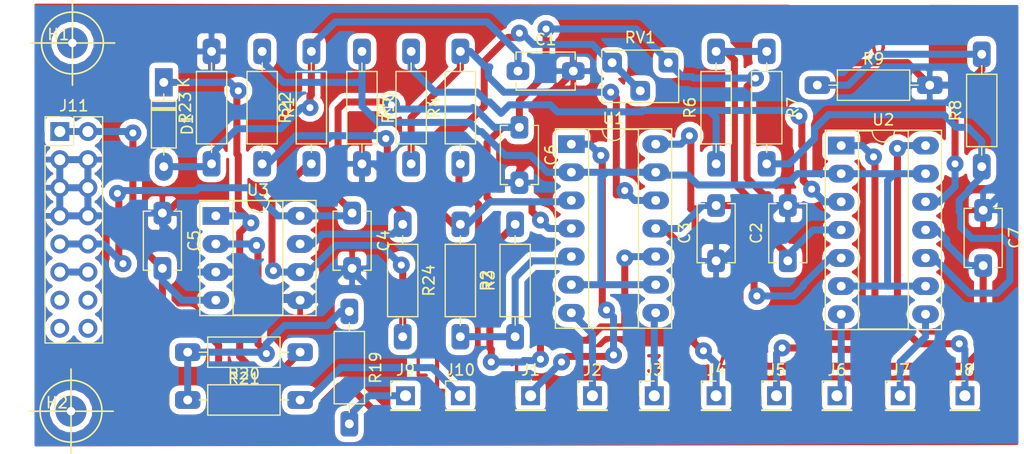
<source format=kicad_pcb>
(kicad_pcb (version 20171130) (host pcbnew "(5.0.2)-1")
  (layers (0 F.Cu signal) (31 B.Cu signal) (34 B.Paste user) (35 F.Paste user) (36 B.SilkS user) (37 F.SilkS user) (38 B.Mask user) (39 F.Mask user) (44 Edge.Cuts user))
  (net 0 "")
  (net 1 "Net-(C1-Pad1)")
  (net 2 GND)
  (net 3 +12V)
  (net 4 -12V)
  (net 5 "Net-(J1-Pad1)")
  (net 6 "Net-(J2-Pad1)")
  (net 7 "Net-(J3-Pad1)")
  (net 8 "Net-(J4-Pad1)")
  (net 9 "Net-(J5-Pad1)")
  (net 10 "Net-(J6-Pad1)")
  (net 11 "Net-(J7-Pad1)")
  (net 12 "Net-(J8-Pad1)")
  (net 13 "Net-(J9-Pad1)")
  (net 14 "Net-(J10-Pad1)")
  (net 15 "Net-(J11-Pad11)")
  (net 16 "Net-(J11-Pad13)")
  (net 17 "Net-(J11-Pad14)")
  (net 18 "Net-(J11-Pad15)")
  (net 19 "Net-(J11-Pad16)")
  (net 20 MixIn)
  (net 21 "Net-(R1-Pad1)")
  (net 22 "Net-(R2-Pad2)")
  (net 23 "Net-(R2-Pad1)")
  (net 24 "Net-(R3-Pad2)")
  (net 25 "Net-(R4-Pad2)")
  (net 26 "Net-(R5-Pad2)")
  (net 27 "Net-(R6-Pad2)")
  (net 28 "Net-(R7-Pad2)")
  (net 29 "Net-(R8-Pad2)")
  (net 30 "Net-(R19-Pad1)")
  (net 31 "Net-(D1-Pad1)")
  (net 32 "Net-(R22-Pad1)")
  (module NilsLib:Kondensator_Keramik (layer F.Cu) (at 146.431 88.138)
    (fp_text reference C1 (at 2.5 -2.85) (layer F.SilkS))
    (fp_text value 100n)
    (pad 1 thru_hole roundrect (at 0 0) (size 2.032 1.6) (drill 0.8) (layers *.Cu *.Mask) (net 1 "Net-(C1-Pad1)"))
    (pad 2 thru_hole roundrect (at 5 0) (size 2.032 1.6) (drill 0.8) (layers *.Cu *.Mask) (net 2 GND))
  )
  (module NilsLib:Kondensator_Keramik (layer F.Cu) (at 170.815 105.283 90)
    (fp_text reference C2 (at 2.5 -2.85 90) (layer F.SilkS))
    (fp_text value 100n)
    (pad 2 thru_hole roundrect (at 5 0 90) (size 2.032 1.6) (drill 0.8) (layers *.Cu *.Mask) (net 2 GND))
    (pad 1 thru_hole roundrect (at 0 0 90) (size 2.032 1.6) (drill 0.8) (layers *.Cu *.Mask) (net 3 +12V))
  )
  (module NilsLib:Kondensator_Keramik (layer F.Cu) (at 164.338 105.283 90)
    (fp_text reference C3 (at 2.5 -2.85 90) (layer F.SilkS))
    (fp_text value 100n)
    (pad 1 thru_hole roundrect (at 0 0 90) (size 2.032 1.6) (drill 0.8) (layers *.Cu *.Mask) (net 2 GND))
    (pad 2 thru_hole roundrect (at 5 0 90) (size 2.032 1.6) (drill 0.8) (layers *.Cu *.Mask) (net 4 -12V))
  )
  (module NilsLib:Kondensator_Keramik (layer F.Cu) (at 131.445 100.965 270)
    (fp_text reference C4 (at 2.5 -2.85 270) (layer F.SilkS))
    (fp_text value 100n)
    (pad 1 thru_hole roundrect (at 0 0 270) (size 2.032 1.6) (drill 0.8) (layers *.Cu *.Mask) (net 3 +12V))
    (pad 2 thru_hole roundrect (at 5 0 270) (size 2.032 1.6) (drill 0.8) (layers *.Cu *.Mask) (net 2 GND))
  )
  (module NilsLib:Kondensator_Keramik (layer F.Cu) (at 114.3 100.965 270)
    (fp_text reference C5 (at 2.5 -2.85 270) (layer F.SilkS))
    (fp_text value 100n)
    (pad 2 thru_hole roundrect (at 5 0 270) (size 2.032 1.6) (drill 0.8) (layers *.Cu *.Mask) (net 4 -12V))
    (pad 1 thru_hole roundrect (at 0 0 270) (size 2.032 1.6) (drill 0.8) (layers *.Cu *.Mask) (net 2 GND))
  )
  (module NilsLib:Kondensator_Keramik (layer F.Cu) (at 146.558 93.218 270)
    (fp_text reference C6 (at 2.5 -2.85 270) (layer F.SilkS))
    (fp_text value 100n)
    (pad 2 thru_hole roundrect (at 5 0 270) (size 2.032 1.6) (drill 0.8) (layers *.Cu *.Mask) (net 2 GND))
    (pad 1 thru_hole roundrect (at 0 0 270) (size 2.032 1.6) (drill 0.8) (layers *.Cu *.Mask) (net 3 +12V))
  )
  (module NilsLib:Kondensator_Keramik (layer F.Cu) (at 188.468 100.711 270)
    (fp_text reference C7 (at 2.5 -2.85 270) (layer F.SilkS))
    (fp_text value 100n)
    (pad 1 thru_hole roundrect (at 0 0 270) (size 2.032 1.6) (drill 0.8) (layers *.Cu *.Mask) (net 2 GND))
    (pad 2 thru_hole roundrect (at 5 0 270) (size 2.032 1.6) (drill 0.8) (layers *.Cu *.Mask) (net 4 -12V))
  )
  (module NilsLib:Stift (layer F.Cu) (at 147.574 117.475)
    (fp_text reference J1 (at 0 -2.33) (layer F.SilkS))
    (fp_text value LED_1)
    (pad 1 thru_hole rect (at 0 0) (size 1.7 1.7) (drill 1) (layers *.Cu *.Mask) (net 5 "Net-(J1-Pad1)"))
  )
  (module NilsLib:Stift (layer F.Cu) (at 153.162 117.475)
    (fp_text reference J2 (at 0 -2.33) (layer F.SilkS))
    (fp_text value LED_2)
    (pad 1 thru_hole rect (at 0 0) (size 1.7 1.7) (drill 1) (layers *.Cu *.Mask) (net 6 "Net-(J2-Pad1)"))
  )
  (module NilsLib:Stift (layer F.Cu) (at 158.75 117.475)
    (fp_text reference J3 (at 0 -2.33) (layer F.SilkS))
    (fp_text value LED_3)
    (pad 1 thru_hole rect (at 0 0) (size 1.7 1.7) (drill 1) (layers *.Cu *.Mask) (net 7 "Net-(J3-Pad1)"))
  )
  (module NilsLib:Stift (layer F.Cu) (at 164.338 117.475)
    (fp_text reference J4 (at 0 -2.33) (layer F.SilkS))
    (fp_text value LED_4)
    (pad 1 thru_hole rect (at 0 0) (size 1.7 1.7) (drill 1) (layers *.Cu *.Mask) (net 8 "Net-(J4-Pad1)"))
  )
  (module NilsLib:Stift (layer F.Cu) (at 169.799 117.475)
    (fp_text reference J5 (at 0 -2.33) (layer F.SilkS))
    (fp_text value LED_5)
    (pad 1 thru_hole rect (at 0 0) (size 1.7 1.7) (drill 1) (layers *.Cu *.Mask) (net 9 "Net-(J5-Pad1)"))
  )
  (module NilsLib:Stift (layer F.Cu) (at 175.26 117.475)
    (fp_text reference J6 (at 0 -2.33) (layer F.SilkS))
    (fp_text value LED_6)
    (pad 1 thru_hole rect (at 0 0) (size 1.7 1.7) (drill 1) (layers *.Cu *.Mask) (net 10 "Net-(J6-Pad1)"))
  )
  (module NilsLib:Stift (layer F.Cu) (at 180.975 117.475)
    (fp_text reference J7 (at 0 -2.33) (layer F.SilkS))
    (fp_text value LED_7)
    (pad 1 thru_hole rect (at 0 0) (size 1.7 1.7) (drill 1) (layers *.Cu *.Mask) (net 11 "Net-(J7-Pad1)"))
  )
  (module NilsLib:Stift (layer F.Cu) (at 186.817 117.475)
    (fp_text reference J8 (at 0 -2.33) (layer F.SilkS))
    (fp_text value LED_8)
    (pad 1 thru_hole rect (at 0 0) (size 1.7 1.7) (drill 1) (layers *.Cu *.Mask) (net 12 "Net-(J8-Pad1)"))
  )
  (module NilsLib:Stift (layer F.Cu) (at 136.271 117.475)
    (fp_text reference J9 (at 0 -2.33) (layer F.SilkS))
    (fp_text value L_In)
    (pad 1 thru_hole rect (at 0 0) (size 1.7 1.7) (drill 1) (layers *.Cu *.Mask) (net 13 "Net-(J9-Pad1)"))
  )
  (module NilsLib:Stift (layer F.Cu) (at 141.224 117.475)
    (fp_text reference J10 (at 0 -2.33) (layer F.SilkS))
    (fp_text value R_In)
    (pad 1 thru_hole rect (at 0 0) (size 1.7 1.7) (drill 1) (layers *.Cu *.Mask) (net 14 "Net-(J10-Pad1)"))
  )
  (module Connector_PinHeader_2.54mm:PinHeader_2x08_P2.54mm_Vertical (layer F.Cu) (at 105.029 93.599)
    (fp_text reference J11 (at 1.27 -2.33) (layer F.SilkS))
    (fp_text value PWR)
    (pad 1 thru_hole rect (at 0 0) (size 1.7 1.7) (drill 1) (layers *.Cu *.Mask) (net 4 -12V))
    (pad 2 thru_hole oval (at 2.54 0) (size 1.7 1.7) (drill 1) (layers *.Cu *.Mask) (net 4 -12V))
    (pad 3 thru_hole oval (at 0 2.54) (size 1.7 1.7) (drill 1) (layers *.Cu *.Mask) (net 2 GND))
    (pad 4 thru_hole oval (at 2.54 2.54) (size 1.7 1.7) (drill 1) (layers *.Cu *.Mask) (net 2 GND))
    (pad 5 thru_hole oval (at 0 5.08) (size 1.7 1.7) (drill 1) (layers *.Cu *.Mask) (net 2 GND))
    (pad 6 thru_hole oval (at 2.54 5.08) (size 1.7 1.7) (drill 1) (layers *.Cu *.Mask) (net 2 GND))
    (pad 7 thru_hole oval (at 0 7.62) (size 1.7 1.7) (drill 1) (layers *.Cu *.Mask) (net 2 GND))
    (pad 8 thru_hole oval (at 2.54 7.62) (size 1.7 1.7) (drill 1) (layers *.Cu *.Mask) (net 2 GND))
    (pad 9 thru_hole oval (at 0 10.16) (size 1.7 1.7) (drill 1) (layers *.Cu *.Mask) (net 3 +12V))
    (pad 10 thru_hole oval (at 2.54 10.16) (size 1.7 1.7) (drill 1) (layers *.Cu *.Mask) (net 3 +12V))
    (pad 11 thru_hole oval (at 0 12.7) (size 1.7 1.7) (drill 1) (layers *.Cu *.Mask) (net 15 "Net-(J11-Pad11)"))
    (pad 12 thru_hole oval (at 2.54 12.7) (size 1.7 1.7) (drill 1) (layers *.Cu *.Mask) (net 15 "Net-(J11-Pad11)"))
    (pad 13 thru_hole oval (at 0 15.24) (size 1.7 1.7) (drill 1) (layers *.Cu *.Mask) (net 16 "Net-(J11-Pad13)"))
    (pad 14 thru_hole oval (at 2.54 15.24) (size 1.7 1.7) (drill 1) (layers *.Cu *.Mask) (net 17 "Net-(J11-Pad14)"))
    (pad 15 thru_hole oval (at 0 17.78) (size 1.7 1.7) (drill 1) (layers *.Cu *.Mask) (net 18 "Net-(J11-Pad15)"))
    (pad 16 thru_hole oval (at 2.54 17.78) (size 1.7 1.7) (drill 1) (layers *.Cu *.Mask) (net 19 "Net-(J11-Pad16)"))
  )
  (module NilsLib:Widerstand_liegend (layer F.Cu) (at 123.317 86.36 270)
    (fp_text reference R1 (at 5.08 -2.37 270) (layer F.SilkS))
    (fp_text value 10k)
    (pad 2 thru_hole roundrect (at 10.16 0 270) (size 2.286 1.6) (drill 0.8) (layers *.Cu *.Mask) (net 20 MixIn))
    (pad 1 thru_hole roundrect (at 0 0 270) (size 2.286 1.6) (drill 0.8) (layers *.Cu *.Mask) (net 21 "Net-(R1-Pad1)"))
  )
  (module NilsLib:Widerstand_liegend (layer F.Cu) (at 141.224 101.981 270)
    (fp_text reference R2 (at 5.08 -2.37 270) (layer F.SilkS))
    (fp_text value 1k)
    (pad 2 thru_hole roundrect (at 10.16 0 270) (size 2.286 1.6) (drill 0.8) (layers *.Cu *.Mask) (net 22 "Net-(R2-Pad2)"))
    (pad 1 thru_hole roundrect (at 0 0 270) (size 2.286 1.6) (drill 0.8) (layers *.Cu *.Mask) (net 23 "Net-(R2-Pad1)"))
  )
  (module NilsLib:Widerstand_liegend (layer F.Cu) (at 146.177 112.141 90)
    (fp_text reference R3 (at 5.08 -2.37 90) (layer F.SilkS))
    (fp_text value 1k)
    (pad 1 thru_hole roundrect (at 0 0 90) (size 2.286 1.6) (drill 0.8) (layers *.Cu *.Mask) (net 22 "Net-(R2-Pad2)"))
    (pad 2 thru_hole roundrect (at 10.16 0 90) (size 2.286 1.6) (drill 0.8) (layers *.Cu *.Mask) (net 24 "Net-(R3-Pad2)"))
  )
  (module NilsLib:Widerstand_liegend (layer F.Cu) (at 141.224 96.52 90)
    (fp_text reference R4 (at 5.08 -2.37 90) (layer F.SilkS))
    (fp_text value 1k)
    (pad 2 thru_hole roundrect (at 10.16 0 90) (size 2.286 1.6) (drill 0.8) (layers *.Cu *.Mask) (net 25 "Net-(R4-Pad2)"))
    (pad 1 thru_hole roundrect (at 0 0 90) (size 2.286 1.6) (drill 0.8) (layers *.Cu *.Mask) (net 24 "Net-(R3-Pad2)"))
  )
  (module NilsLib:Widerstand_liegend (layer F.Cu) (at 136.779 96.52 90)
    (fp_text reference R5 (at 5.08 -2.37 90) (layer F.SilkS))
    (fp_text value 1k)
    (pad 1 thru_hole roundrect (at 0 0 90) (size 2.286 1.6) (drill 0.8) (layers *.Cu *.Mask) (net 25 "Net-(R4-Pad2)"))
    (pad 2 thru_hole roundrect (at 10.16 0 90) (size 2.286 1.6) (drill 0.8) (layers *.Cu *.Mask) (net 26 "Net-(R5-Pad2)"))
  )
  (module NilsLib:Widerstand_liegend (layer F.Cu) (at 164.338 96.52 90)
    (fp_text reference R6 (at 5.08 -2.37 90) (layer F.SilkS))
    (fp_text value 1k)
    (pad 1 thru_hole roundrect (at 0 0 90) (size 2.286 1.6) (drill 0.8) (layers *.Cu *.Mask) (net 26 "Net-(R5-Pad2)"))
    (pad 2 thru_hole roundrect (at 10.16 0 90) (size 2.286 1.6) (drill 0.8) (layers *.Cu *.Mask) (net 27 "Net-(R6-Pad2)"))
  )
  (module NilsLib:Widerstand_liegend (layer F.Cu) (at 168.91 86.36 270)
    (fp_text reference R7 (at 5.08 -2.37 270) (layer F.SilkS))
    (fp_text value 1k)
    (pad 2 thru_hole roundrect (at 10.16 0 270) (size 2.286 1.6) (drill 0.8) (layers *.Cu *.Mask) (net 28 "Net-(R7-Pad2)"))
    (pad 1 thru_hole roundrect (at 0 0 270) (size 2.286 1.6) (drill 0.8) (layers *.Cu *.Mask) (net 27 "Net-(R6-Pad2)"))
  )
  (module NilsLib:Widerstand_liegend (layer F.Cu) (at 188.341 96.774 90)
    (fp_text reference R8 (at 5.08 -2.37 90) (layer F.SilkS))
    (fp_text value 1k)
    (pad 2 thru_hole roundrect (at 10.16 0 90) (size 2.286 1.6) (drill 0.8) (layers *.Cu *.Mask) (net 29 "Net-(R8-Pad2)"))
    (pad 1 thru_hole roundrect (at 0 0 90) (size 2.286 1.6) (drill 0.8) (layers *.Cu *.Mask) (net 28 "Net-(R7-Pad2)"))
  )
  (module NilsLib:Widerstand_liegend (layer F.Cu) (at 173.482 89.408)
    (fp_text reference R9 (at 5.08 -2.37) (layer F.SilkS))
    (fp_text value 1k)
    (pad 1 thru_hole roundrect (at 0 0) (size 2.286 1.6) (drill 0.8) (layers *.Cu *.Mask) (net 29 "Net-(R8-Pad2)"))
    (pad 2 thru_hole roundrect (at 10.16 0) (size 2.286 1.6) (drill 0.8) (layers *.Cu *.Mask) (net 2 GND))
  )
  (module NilsLib:Widerstand_liegend (layer F.Cu) (at 132.334 86.36 270)
    (fp_text reference R10 (at 5.08 -2.37 270) (layer F.SilkS))
    (fp_text value 10k)
    (pad 2 thru_hole roundrect (at 10.16 0 270) (size 2.286 1.6) (drill 0.8) (layers *.Cu *.Mask) (net 2 GND))
    (pad 1 thru_hole roundrect (at 0 0 270) (size 2.286 1.6) (drill 0.8) (layers *.Cu *.Mask) (net 21 "Net-(R1-Pad1)"))
  )
  (module NilsLib:Widerstand_liegend (layer F.Cu) (at 131.191 109.855 270)
    (fp_text reference R19 (at 5.08 -2.37 270) (layer F.SilkS))
    (fp_text value 100k)
    (pad 1 thru_hole roundrect (at 0 0 270) (size 2.286 1.6) (drill 0.8) (layers *.Cu *.Mask) (net 30 "Net-(R19-Pad1)"))
    (pad 2 thru_hole roundrect (at 10.16 0 270) (size 2.286 1.6) (drill 0.8) (layers *.Cu *.Mask) (net 13 "Net-(J9-Pad1)"))
  )
  (module NilsLib:Widerstand_liegend (layer F.Cu) (at 116.586 117.856)
    (fp_text reference R20 (at 5.08 -2.37) (layer F.SilkS))
    (fp_text value 100k)
    (pad 1 thru_hole roundrect (at 0 0) (size 2.286 1.6) (drill 0.8) (layers *.Cu *.Mask) (net 30 "Net-(R19-Pad1)"))
    (pad 2 thru_hole roundrect (at 10.16 0) (size 2.286 1.6) (drill 0.8) (layers *.Cu *.Mask) (net 14 "Net-(J10-Pad1)"))
  )
  (module NilsLib:Widerstand_liegend (layer F.Cu) (at 126.746 113.538 180)
    (fp_text reference R21 (at 5.08 -2.37 180) (layer F.SilkS))
    (fp_text value 47k)
    (pad 2 thru_hole roundrect (at 10.16 0 180) (size 2.286 1.6) (drill 0.8) (layers *.Cu *.Mask) (net 30 "Net-(R19-Pad1)"))
    (pad 1 thru_hole roundrect (at 0 0 180) (size 2.286 1.6) (drill 0.8) (layers *.Cu *.Mask) (net 31 "Net-(D1-Pad1)"))
  )
  (module NilsLib:Widerstand_liegend (layer F.Cu) (at 127.762 96.52 90)
    (fp_text reference R22 (at 5.08 -2.37 90) (layer F.SilkS))
    (fp_text value 10k)
    (pad 1 thru_hole roundrect (at 0 0 90) (size 2.286 1.6) (drill 0.8) (layers *.Cu *.Mask) (net 32 "Net-(R22-Pad1)"))
    (pad 2 thru_hole roundrect (at 10.16 0 90) (size 2.286 1.6) (drill 0.8) (layers *.Cu *.Mask) (net 1 "Net-(C1-Pad1)"))
  )
  (module NilsLib:Widerstand_liegend (layer F.Cu) (at 118.745 96.52 90)
    (fp_text reference R23 (at 5.08 -2.37 90) (layer F.SilkS))
    (fp_text value 100k)
    (pad 2 thru_hole roundrect (at 10.16 0 90) (size 2.286 1.6) (drill 0.8) (layers *.Cu *.Mask) (net 2 GND))
    (pad 1 thru_hole roundrect (at 0 0 90) (size 2.286 1.6) (drill 0.8) (layers *.Cu *.Mask) (net 1 "Net-(C1-Pad1)"))
  )
  (module NilsLib:Widerstand_liegend (layer F.Cu) (at 136.017 101.981 270)
    (fp_text reference R24 (at 5.08 -2.37 270) (layer F.SilkS))
    (fp_text value 10k)
    (pad 2 thru_hole roundrect (at 10.16 0 270) (size 2.286 1.6) (drill 0.8) (layers *.Cu *.Mask) (net 32 "Net-(R22-Pad1)"))
    (pad 1 thru_hole roundrect (at 0 0 270) (size 2.286 1.6) (drill 0.8) (layers *.Cu *.Mask) (net 20 MixIn))
  )
  (module NilsLib:Trimmer_Vertical (layer F.Cu) (at 160.02 87.376)
    (fp_text reference RV1 (at -2.54 -2.27) (layer F.SilkS))
    (fp_text value R_POT)
    (pad 1 thru_hole roundrect (at 0 0) (size 1.778 1.778) (drill 0.8) (layers *.Cu *.Mask) (net 3 +12V))
    (pad 2 thru_hole roundrect (at -2.54 2.54) (size 1.778 1.778) (drill 0.8) (layers *.Cu *.Mask) (net 23 "Net-(R2-Pad1)"))
    (pad 3 thru_hole roundrect (at -5.08 0) (size 1.778 1.778) (drill 0.8) (layers *.Cu *.Mask) (net 23 "Net-(R2-Pad1)"))
  )
  (module Package_DIP:DIP-14_W7.62mm_Socket_LongPads (layer F.Cu) (at 151.257 94.742)
    (fp_text reference U1 (at 3.81 -2.33) (layer F.SilkS))
    (fp_text value TL074)
    (pad 1 thru_hole rect (at 0 0) (size 2.4 1.6) (drill 0.8) (layers *.Cu *.Mask) (net 5 "Net-(J1-Pad1)"))
    (pad 8 thru_hole oval (at 7.62 15.24) (size 2.4 1.6) (drill 0.8) (layers *.Cu *.Mask) (net 7 "Net-(J3-Pad1)"))
    (pad 2 thru_hole oval (at 0 2.54) (size 2.4 1.6) (drill 0.8) (layers *.Cu *.Mask) (net 21 "Net-(R1-Pad1)"))
    (pad 9 thru_hole oval (at 7.62 12.7) (size 2.4 1.6) (drill 0.8) (layers *.Cu *.Mask) (net 21 "Net-(R1-Pad1)"))
    (pad 3 thru_hole oval (at 0 5.08) (size 2.4 1.6) (drill 0.8) (layers *.Cu *.Mask) (net 23 "Net-(R2-Pad1)"))
    (pad 10 thru_hole oval (at 7.62 10.16) (size 2.4 1.6) (drill 0.8) (layers *.Cu *.Mask) (net 24 "Net-(R3-Pad2)"))
    (pad 4 thru_hole oval (at 0 7.62) (size 2.4 1.6) (drill 0.8) (layers *.Cu *.Mask) (net 3 +12V))
    (pad 11 thru_hole oval (at 7.62 7.62) (size 2.4 1.6) (drill 0.8) (layers *.Cu *.Mask) (net 4 -12V))
    (pad 5 thru_hole oval (at 0 10.16) (size 2.4 1.6) (drill 0.8) (layers *.Cu *.Mask) (net 22 "Net-(R2-Pad2)"))
    (pad 12 thru_hole oval (at 7.62 5.08) (size 2.4 1.6) (drill 0.8) (layers *.Cu *.Mask) (net 25 "Net-(R4-Pad2)"))
    (pad 6 thru_hole oval (at 0 12.7) (size 2.4 1.6) (drill 0.8) (layers *.Cu *.Mask) (net 21 "Net-(R1-Pad1)"))
    (pad 13 thru_hole oval (at 7.62 2.54) (size 2.4 1.6) (drill 0.8) (layers *.Cu *.Mask) (net 21 "Net-(R1-Pad1)"))
    (pad 7 thru_hole oval (at 0 15.24) (size 2.4 1.6) (drill 0.8) (layers *.Cu *.Mask) (net 6 "Net-(J2-Pad1)"))
    (pad 14 thru_hole oval (at 7.62 0) (size 2.4 1.6) (drill 0.8) (layers *.Cu *.Mask) (net 8 "Net-(J4-Pad1)"))
  )
  (module Package_DIP:DIP-14_W7.62mm_Socket_LongPads (layer F.Cu) (at 175.641 94.869)
    (fp_text reference U2 (at 3.81 -2.33) (layer F.SilkS))
    (fp_text value TL074)
    (pad 14 thru_hole oval (at 7.62 0) (size 2.4 1.6) (drill 0.8) (layers *.Cu *.Mask) (net 12 "Net-(J8-Pad1)"))
    (pad 7 thru_hole oval (at 0 15.24) (size 2.4 1.6) (drill 0.8) (layers *.Cu *.Mask) (net 10 "Net-(J6-Pad1)"))
    (pad 13 thru_hole oval (at 7.62 2.54) (size 2.4 1.6) (drill 0.8) (layers *.Cu *.Mask) (net 21 "Net-(R1-Pad1)"))
    (pad 6 thru_hole oval (at 0 12.7) (size 2.4 1.6) (drill 0.8) (layers *.Cu *.Mask) (net 21 "Net-(R1-Pad1)"))
    (pad 12 thru_hole oval (at 7.62 5.08) (size 2.4 1.6) (drill 0.8) (layers *.Cu *.Mask) (net 29 "Net-(R8-Pad2)"))
    (pad 5 thru_hole oval (at 0 10.16) (size 2.4 1.6) (drill 0.8) (layers *.Cu *.Mask) (net 27 "Net-(R6-Pad2)"))
    (pad 11 thru_hole oval (at 7.62 7.62) (size 2.4 1.6) (drill 0.8) (layers *.Cu *.Mask) (net 4 -12V))
    (pad 4 thru_hole oval (at 0 7.62) (size 2.4 1.6) (drill 0.8) (layers *.Cu *.Mask) (net 3 +12V))
    (pad 10 thru_hole oval (at 7.62 10.16) (size 2.4 1.6) (drill 0.8) (layers *.Cu *.Mask) (net 28 "Net-(R7-Pad2)"))
    (pad 3 thru_hole oval (at 0 5.08) (size 2.4 1.6) (drill 0.8) (layers *.Cu *.Mask) (net 26 "Net-(R5-Pad2)"))
    (pad 9 thru_hole oval (at 7.62 12.7) (size 2.4 1.6) (drill 0.8) (layers *.Cu *.Mask) (net 21 "Net-(R1-Pad1)"))
    (pad 2 thru_hole oval (at 0 2.54) (size 2.4 1.6) (drill 0.8) (layers *.Cu *.Mask) (net 21 "Net-(R1-Pad1)"))
    (pad 8 thru_hole oval (at 7.62 15.24) (size 2.4 1.6) (drill 0.8) (layers *.Cu *.Mask) (net 11 "Net-(J7-Pad1)"))
    (pad 1 thru_hole rect (at 0 0) (size 2.4 1.6) (drill 0.8) (layers *.Cu *.Mask) (net 9 "Net-(J5-Pad1)"))
  )
  (module Package_DIP:DIP-8_W7.62mm_Socket_LongPads (layer F.Cu) (at 119.126 101.219)
    (fp_text reference U3 (at 3.81 -2.33) (layer F.SilkS))
    (fp_text value TL072)
    (pad 1 thru_hole rect (at 0 0) (size 2.4 1.6) (drill 0.8) (layers *.Cu *.Mask) (net 31 "Net-(D1-Pad1)"))
    (pad 5 thru_hole oval (at 7.62 7.62) (size 2.4 1.6) (drill 0.8) (layers *.Cu *.Mask) (net 2 GND))
    (pad 2 thru_hole oval (at 0 2.54) (size 2.4 1.6) (drill 0.8) (layers *.Cu *.Mask) (net 30 "Net-(R19-Pad1)"))
    (pad 6 thru_hole oval (at 7.62 5.08) (size 2.4 1.6) (drill 0.8) (layers *.Cu *.Mask) (net 32 "Net-(R22-Pad1)"))
    (pad 3 thru_hole oval (at 0 5.08) (size 2.4 1.6) (drill 0.8) (layers *.Cu *.Mask) (net 2 GND))
    (pad 7 thru_hole oval (at 7.62 2.54) (size 2.4 1.6) (drill 0.8) (layers *.Cu *.Mask) (net 20 MixIn))
    (pad 4 thru_hole oval (at 0 7.62) (size 2.4 1.6) (drill 0.8) (layers *.Cu *.Mask) (net 4 -12V))
    (pad 8 thru_hole oval (at 7.62 0) (size 2.4 1.6) (drill 0.8) (layers *.Cu *.Mask) (net 3 +12V))
  )
  (module NilsLib:Diode_Horizontal (layer F.Cu) (at 114.427 89.154 270)
    (fp_text reference D1 (at 3.81 -2.12 270) (layer F.SilkS))
    (fp_text value 1N4148)
    (fp_text user K (at 0 -1.8 270) (layer F.SilkS))
    (pad 1 thru_hole rect (at 0 0 270) (size 2.54 1.6) (drill 0.8) (layers *.Cu *.Mask) (net 31 "Net-(D1-Pad1)"))
    (pad 2 thru_hole oval (at 7.62 0 270) (size 2.54 1.6) (drill 0.8) (layers *.Cu *.Mask) (net 1 "Net-(C1-Pad1)"))
  )
  (module NilsLib:MountHole (layer F.Cu) (at 104.902 84.328)
    (fp_text reference H1 (at 0 0.5) (layer F.SilkS))
    (fp_text value MountingHole)
    (pad 1 thru_hole circle (at 1.27 1.27) (size 2.794 2.794) (drill 0.762) (layers *.Cu *.Mask))
  )
  (module NilsLib:MountHole (layer F.Cu) (at 104.775 117.602)
    (fp_text reference H2 (at 0 0.5) (layer F.SilkS))
    (fp_text value MountingHole)
    (pad 1 thru_hole circle (at 1.27 1.27) (size 2.794 2.794) (drill 0.762) (layers *.Cu *.Mask))
  )
  (gr_text 8 (at 189.865 115.062) (layer F.Cu) (effects (font (size 1.5 1.5) (thickness 0.3))))
  (gr_text 4 (at 165.1 114.681) (layer F.Cu) (effects (font (size 1.5 1.5) (thickness 0.3))))
  (gr_text 3 (at 158.75 114.681) (layer F.Cu) (effects (font (size 1.5 1.5) (thickness 0.3))))
  (gr_text 1 (at 146.304 115.062) (layer F.Cu) (effects (font (size 1.5 1.5) (thickness 0.3))))
  (gr_text R (at 140.716 114.935) (layer F.Cu) (effects (font (size 1.5 1.5) (thickness 0.3))))
  (gr_text L (at 137.668 114.935) (layer F.Cu) (effects (font (size 1.5 1.5) (thickness 0.3))))
  (gr_text "VU Meter \nV1.0" (at 177.292 84.709) (layer F.Cu) (effects (font (size 1.5 1.5) (thickness 0.3))))
  (segment (start 114.427 96.774) (end 118.491 96.774) (width 0.635) (layer B.Cu) (net 1))
  (segment (start 118.491 96.774) (end 118.745 96.52) (width 0.635) (layer B.Cu) (net 1))
  (segment (start 118.745 96.52) (end 118.745 95.631) (width 0.635) (layer B.Cu) (net 1))
  (segment (start 127.762 90.297) (end 127.762 86.36) (width 0.635) (layer F.Cu) (net 1))
  (segment (start 121.031 93.345) (end 123.19 93.345) (width 0.635) (layer B.Cu) (net 1))
  (segment (start 118.745 95.631) (end 121.031 93.345) (width 0.635) (layer B.Cu) (net 1))
  (segment (start 127.762 86.36) (end 127.762 85.852) (width 0.635) (layer B.Cu) (net 1))
  (segment (start 146.431 86.487) (end 146.431 88.138) (width 0.635) (layer B.Cu) (net 1))
  (segment (start 143.637 83.693) (end 146.431 86.487) (width 0.635) (layer B.Cu) (net 1))
  (segment (start 129.921 83.693) (end 143.637 83.693) (width 0.635) (layer B.Cu) (net 1))
  (segment (start 127.762 85.852) (end 129.921 83.693) (width 0.635) (layer B.Cu) (net 1))
  (segment (start 123.19 93.345) (end 124.968 93.345) (width 0.635) (layer B.Cu) (net 1))
  (segment (start 127.635 90.297) (end 127.762 90.297) (width 0.635) (layer F.Cu) (net 1))
  (segment (start 127.635 91.313) (end 127.635 90.297) (width 0.635) (layer F.Cu) (net 1))
  (segment (start 127.762 91.44) (end 127.635 91.313) (width 0.635) (layer F.Cu) (net 1))
  (segment (start 127.635 91.44) (end 127.762 91.44) (width 0.635) (layer F.Cu) (net 1))
  (via (at 127.635 91.44) (size 1.524) (drill 0.635) (layers F.Cu B.Cu) (net 1))
  (segment (start 126.873 91.44) (end 127.635 91.44) (width 0.635) (layer B.Cu) (net 1))
  (segment (start 124.968 93.345) (end 126.873 91.44) (width 0.635) (layer B.Cu) (net 1))
  (segment (start 105.029 96.139) (end 107.569 96.139) (width 0.635) (layer B.Cu) (net 2))
  (segment (start 107.569 96.139) (end 107.569 101.219) (width 0.635) (layer B.Cu) (net 2))
  (segment (start 107.569 101.219) (end 105.029 101.219) (width 0.635) (layer B.Cu) (net 2))
  (segment (start 105.029 101.219) (end 105.029 96.139) (width 0.635) (layer B.Cu) (net 2))
  (segment (start 105.029 98.679) (end 107.569 98.679) (width 0.635) (layer B.Cu) (net 2))
  (segment (start 107.569 101.219) (end 110.363 101.219) (width 0.635) (layer B.Cu) (net 2))
  (segment (start 110.617 100.965) (end 114.3 100.965) (width 0.635) (layer B.Cu) (net 2))
  (segment (start 110.363 101.219) (end 110.617 100.965) (width 0.635) (layer B.Cu) (net 2))
  (segment (start 132.334 96.52) (end 133.477 96.52) (width 0.635) (layer B.Cu) (net 2))
  (segment (start 133.477 96.52) (end 136.144 99.187) (width 0.635) (layer B.Cu) (net 2))
  (segment (start 136.144 99.187) (end 138.43 99.187) (width 0.635) (layer B.Cu) (net 2))
  (segment (start 138.43 99.187) (end 141.732 99.187) (width 0.635) (layer B.Cu) (net 2))
  (segment (start 142.24 99.187) (end 143.209 98.218) (width 0.635) (layer B.Cu) (net 2))
  (segment (start 143.209 98.218) (end 146.558 98.218) (width 0.635) (layer B.Cu) (net 2))
  (segment (start 141.732 99.187) (end 142.24 99.187) (width 0.635) (layer B.Cu) (net 2))
  (segment (start 114.3 100.965) (end 114.3 101.981) (width 0.635) (layer B.Cu) (net 2))
  (segment (start 116.84 106.299) (end 119.126 106.299) (width 0.635) (layer B.Cu) (net 2))
  (segment (start 116.713 106.172) (end 116.84 106.299) (width 0.635) (layer B.Cu) (net 2))
  (segment (start 116.713 104.394) (end 116.713 106.172) (width 0.635) (layer B.Cu) (net 2))
  (segment (start 114.3 101.981) (end 116.713 104.394) (width 0.635) (layer B.Cu) (net 2))
  (segment (start 126.746 108.839) (end 127.889 108.839) (width 0.635) (layer B.Cu) (net 2))
  (segment (start 130.763 105.965) (end 131.445 105.965) (width 0.635) (layer B.Cu) (net 2))
  (segment (start 127.889 108.839) (end 130.763 105.965) (width 0.635) (layer B.Cu) (net 2))
  (segment (start 114.3 100.965) (end 114.681 100.965) (width 0.635) (layer F.Cu) (net 2))
  (segment (start 118.745 89.535) (end 118.745 86.36) (width 0.635) (layer F.Cu) (net 2))
  (segment (start 116.459 91.821) (end 118.745 89.535) (width 0.635) (layer F.Cu) (net 2))
  (segment (start 116.459 99.187) (end 116.459 91.821) (width 0.635) (layer F.Cu) (net 2))
  (segment (start 114.681 100.965) (end 116.459 99.187) (width 0.635) (layer F.Cu) (net 2))
  (segment (start 119.126 106.299) (end 121.666 106.299) (width 0.635) (layer B.Cu) (net 2))
  (segment (start 126.492 108.585) (end 126.746 108.839) (width 0.635) (layer B.Cu) (net 2))
  (segment (start 123.952 108.585) (end 126.492 108.585) (width 0.635) (layer B.Cu) (net 2))
  (segment (start 121.666 106.299) (end 123.952 108.585) (width 0.635) (layer B.Cu) (net 2))
  (segment (start 146.558 98.218) (end 146.558 97.155) (width 0.635) (layer F.Cu) (net 2))
  (segment (start 148.59 95.123) (end 148.59 94.869) (width 0.635) (layer F.Cu) (net 2))
  (segment (start 148.59 94.869) (end 148.59 94.742) (width 0.635) (layer F.Cu) (net 2))
  (segment (start 146.558 97.155) (end 148.59 95.123) (width 0.635) (layer F.Cu) (net 2))
  (segment (start 148.59 94.869) (end 148.59 91.059) (width 0.635) (layer F.Cu) (net 2))
  (segment (start 151.431 88.218) (end 151.431 88.138) (width 0.635) (layer F.Cu) (net 2))
  (segment (start 148.59 91.059) (end 151.431 88.218) (width 0.635) (layer F.Cu) (net 2))
  (segment (start 131.445 105.965) (end 131.445 106.172) (width 0.635) (layer B.Cu) (net 2))
  (segment (start 138.43 100.457) (end 138.43 99.187) (width 0.635) (layer B.Cu) (net 2))
  (segment (start 138.176 100.711) (end 138.43 100.457) (width 0.635) (layer B.Cu) (net 2))
  (segment (start 138.176 105.537) (end 138.176 100.711) (width 0.635) (layer B.Cu) (net 2))
  (segment (start 136.398 107.315) (end 138.176 105.537) (width 0.635) (layer B.Cu) (net 2))
  (segment (start 132.588 107.315) (end 136.398 107.315) (width 0.635) (layer B.Cu) (net 2))
  (segment (start 131.445 106.172) (end 132.588 107.315) (width 0.635) (layer B.Cu) (net 2))
  (segment (start 164.338 105.283) (end 164.846 105.283) (width 0.635) (layer B.Cu) (net 2))
  (segment (start 169.846 100.283) (end 170.815 100.283) (width 0.635) (layer B.Cu) (net 2))
  (segment (start 164.846 105.283) (end 169.846 100.283) (width 0.635) (layer B.Cu) (net 2))
  (segment (start 188.468 100.711) (end 188.595 100.711) (width 0.635) (layer B.Cu) (net 2))
  (segment (start 188.595 100.711) (end 190.373 98.933) (width 0.635) (layer B.Cu) (net 2))
  (segment (start 190.373 98.933) (end 190.373 93.599) (width 0.635) (layer B.Cu) (net 2))
  (segment (start 190.373 93.599) (end 186.182 89.408) (width 0.635) (layer B.Cu) (net 2))
  (segment (start 186.182 89.408) (end 183.642 89.408) (width 0.635) (layer B.Cu) (net 2))
  (segment (start 170.815 100.283) (end 170.815 94.869) (width 0.635) (layer F.Cu) (net 2))
  (segment (start 181.61 87.376) (end 183.642 89.408) (width 0.635) (layer F.Cu) (net 2))
  (segment (start 171.704 87.376) (end 181.61 87.376) (width 0.635) (layer F.Cu) (net 2))
  (segment (start 170.942 88.138) (end 171.704 87.376) (width 0.635) (layer F.Cu) (net 2))
  (segment (start 170.942 90.17) (end 170.942 89.027) (width 0.635) (layer F.Cu) (net 2))
  (segment (start 170.942 89.027) (end 170.942 88.138) (width 0.635) (layer F.Cu) (net 2))
  (segment (start 170.053 91.059) (end 170.942 90.17) (width 0.635) (layer F.Cu) (net 2))
  (segment (start 170.053 94.107) (end 170.053 91.059) (width 0.635) (layer F.Cu) (net 2))
  (segment (start 170.815 94.869) (end 170.053 94.107) (width 0.635) (layer F.Cu) (net 2))
  (segment (start 170.942 89.027) (end 170.942 87.376) (width 0.635) (layer F.Cu) (net 2))
  (segment (start 151.431 85.551) (end 151.431 88.138) (width 0.635) (layer F.Cu) (net 2))
  (segment (start 153.289 83.693) (end 151.431 85.551) (width 0.635) (layer F.Cu) (net 2))
  (segment (start 156.337 83.693) (end 153.289 83.693) (width 0.635) (layer F.Cu) (net 2))
  (segment (start 156.464 83.82) (end 156.337 83.693) (width 0.635) (layer F.Cu) (net 2))
  (segment (start 170.307 83.82) (end 156.464 83.82) (width 0.635) (layer F.Cu) (net 2))
  (segment (start 171.831 85.344) (end 170.307 83.82) (width 0.635) (layer F.Cu) (net 2))
  (segment (start 171.831 86.487) (end 171.831 85.344) (width 0.635) (layer F.Cu) (net 2))
  (segment (start 170.942 87.376) (end 171.831 86.487) (width 0.635) (layer F.Cu) (net 2))
  (segment (start 105.029 103.759) (end 107.569 103.759) (width 0.635) (layer B.Cu) (net 3))
  (segment (start 126.746 101.219) (end 131.191 101.219) (width 0.635) (layer B.Cu) (net 3))
  (segment (start 131.191 101.219) (end 131.445 100.965) (width 0.635) (layer B.Cu) (net 3))
  (segment (start 126.746 101.219) (end 124.714 101.219) (width 0.635) (layer B.Cu) (net 3))
  (segment (start 108.966 103.759) (end 107.569 103.759) (width 0.635) (layer B.Cu) (net 3))
  (segment (start 110.744 105.537) (end 108.966 103.759) (width 0.635) (layer B.Cu) (net 3))
  (via (at 110.744 105.537) (size 1.524) (drill 0.635) (layers F.Cu B.Cu) (net 3))
  (segment (start 110.363 105.156) (end 110.744 105.537) (width 0.635) (layer F.Cu) (net 3))
  (segment (start 110.363 99.314) (end 110.363 105.156) (width 0.635) (layer F.Cu) (net 3))
  (segment (start 110.236 99.187) (end 110.363 99.314) (width 0.635) (layer F.Cu) (net 3))
  (via (at 110.236 99.187) (size 1.524) (drill 0.635) (layers F.Cu B.Cu) (net 3))
  (segment (start 110.236 99.06) (end 110.236 99.187) (width 0.635) (layer B.Cu) (net 3))
  (segment (start 110.109 98.933) (end 110.236 99.06) (width 0.635) (layer B.Cu) (net 3))
  (segment (start 117.348 98.933) (end 110.109 98.933) (width 0.635) (layer B.Cu) (net 3))
  (segment (start 117.602 98.679) (end 117.348 98.933) (width 0.635) (layer B.Cu) (net 3))
  (segment (start 122.174 98.679) (end 117.602 98.679) (width 0.635) (layer B.Cu) (net 3))
  (segment (start 124.714 101.219) (end 122.174 98.679) (width 0.635) (layer B.Cu) (net 3))
  (segment (start 160.02 87.376) (end 160.02 87.249) (width 0.635) (layer B.Cu) (net 3))
  (segment (start 160.02 87.249) (end 157.099 84.328) (width 0.635) (layer B.Cu) (net 3))
  (segment (start 157.099 84.328) (end 148.971 84.328) (width 0.635) (layer B.Cu) (net 3))
  (via (at 148.971 84.328) (size 1.524) (drill 0.635) (layers F.Cu B.Cu) (net 3))
  (segment (start 148.971 84.328) (end 148.971 88.9) (width 0.635) (layer F.Cu) (net 3))
  (segment (start 146.558 93.218) (end 145.669 93.218) (width 0.635) (layer B.Cu) (net 3))
  (via (at 135.001 91.186) (size 1.524) (drill 0.635) (layers F.Cu B.Cu) (net 3))
  (segment (start 135.382 91.567) (end 135.001 91.186) (width 0.635) (layer B.Cu) (net 3))
  (segment (start 142.367 91.567) (end 135.382 91.567) (width 0.635) (layer B.Cu) (net 3))
  (segment (start 146.558 93.218) (end 146.558 90.805) (width 0.635) (layer F.Cu) (net 3))
  (segment (start 148.463 88.9) (end 148.971 88.9) (width 0.635) (layer F.Cu) (net 3))
  (segment (start 146.558 90.805) (end 148.463 88.9) (width 0.635) (layer F.Cu) (net 3))
  (segment (start 145.669 93.218) (end 144.272 93.218) (width 0.635) (layer B.Cu) (net 3))
  (segment (start 142.367 91.44) (end 142.367 91.567) (width 0.635) (layer B.Cu) (net 3))
  (segment (start 142.494 91.567) (end 142.367 91.44) (width 0.635) (layer B.Cu) (net 3))
  (segment (start 142.621 91.567) (end 142.494 91.567) (width 0.635) (layer B.Cu) (net 3))
  (segment (start 144.272 93.218) (end 142.621 91.567) (width 0.635) (layer B.Cu) (net 3))
  (segment (start 131.445 100.965) (end 131.445 100.838) (width 0.635) (layer F.Cu) (net 3))
  (segment (start 134.747 90.932) (end 135.001 91.186) (width 0.635) (layer F.Cu) (net 3))
  (segment (start 130.81 90.932) (end 134.747 90.932) (width 0.635) (layer F.Cu) (net 3))
  (segment (start 130.175 91.567) (end 130.81 90.932) (width 0.635) (layer F.Cu) (net 3))
  (segment (start 130.175 99.568) (end 130.175 91.567) (width 0.635) (layer F.Cu) (net 3))
  (segment (start 131.445 100.838) (end 130.175 99.568) (width 0.635) (layer F.Cu) (net 3))
  (segment (start 170.815 105.283) (end 170.815 104.775) (width 0.635) (layer B.Cu) (net 3))
  (segment (start 173.101 102.489) (end 175.641 102.489) (width 0.635) (layer B.Cu) (net 3))
  (segment (start 170.815 104.775) (end 173.101 102.489) (width 0.635) (layer B.Cu) (net 3))
  (segment (start 170.815 105.283) (end 170.815 104.775) (width 0.635) (layer F.Cu) (net 3))
  (segment (start 161.29 88.646) (end 160.02 87.376) (width 0.635) (layer B.Cu) (net 3))
  (segment (start 162.179 88.646) (end 161.29 88.646) (width 0.635) (layer B.Cu) (net 3))
  (segment (start 162.306 88.773) (end 162.179 88.646) (width 0.635) (layer B.Cu) (net 3))
  (segment (start 167.894 88.773) (end 162.306 88.773) (width 0.635) (layer B.Cu) (net 3))
  (via (at 167.894 88.773) (size 1.524) (drill 0.635) (layers F.Cu B.Cu) (net 3))
  (segment (start 167.132 89.535) (end 167.894 88.773) (width 0.635) (layer F.Cu) (net 3))
  (segment (start 167.132 97.79) (end 167.132 89.535) (width 0.635) (layer F.Cu) (net 3))
  (segment (start 168.656 99.314) (end 167.132 97.79) (width 0.635) (layer F.Cu) (net 3))
  (segment (start 169.037 99.314) (end 168.656 99.314) (width 0.635) (layer F.Cu) (net 3))
  (segment (start 170.815 104.775) (end 169.037 102.997) (width 0.635) (layer F.Cu) (net 3))
  (segment (start 169.037 102.997) (end 169.037 99.314) (width 0.635) (layer F.Cu) (net 3))
  (segment (start 151.257 102.362) (end 149.225 102.362) (width 0.635) (layer B.Cu) (net 3))
  (segment (start 145.034 93.218) (end 146.558 93.218) (width 0.635) (layer F.Cu) (net 3))
  (segment (start 143.637 94.615) (end 145.034 93.218) (width 0.635) (layer F.Cu) (net 3))
  (segment (start 143.637 99.568) (end 143.637 94.615) (width 0.635) (layer F.Cu) (net 3))
  (segment (start 144.018 99.949) (end 143.637 99.568) (width 0.635) (layer F.Cu) (net 3))
  (segment (start 147.574 99.949) (end 144.018 99.949) (width 0.635) (layer F.Cu) (net 3))
  (segment (start 147.701 100.076) (end 147.574 99.949) (width 0.635) (layer F.Cu) (net 3))
  (segment (start 147.701 100.838) (end 147.701 100.076) (width 0.635) (layer F.Cu) (net 3))
  (segment (start 148.463 101.6) (end 147.701 100.838) (width 0.635) (layer F.Cu) (net 3))
  (via (at 148.463 101.6) (size 1.524) (drill 0.635) (layers F.Cu B.Cu) (net 3))
  (segment (start 149.225 102.362) (end 148.463 101.6) (width 0.635) (layer B.Cu) (net 3))
  (segment (start 105.029 93.599) (end 107.569 93.599) (width 0.635) (layer B.Cu) (net 4))
  (segment (start 114.3 105.965) (end 114.3 107.061) (width 0.635) (layer B.Cu) (net 4))
  (segment (start 116.078 108.839) (end 119.126 108.839) (width 0.635) (layer B.Cu) (net 4))
  (segment (start 114.3 107.061) (end 116.078 108.839) (width 0.635) (layer B.Cu) (net 4))
  (segment (start 107.569 93.599) (end 111.506 93.599) (width 0.635) (layer B.Cu) (net 4))
  (segment (start 111.506 93.599) (end 111.633 93.726) (width 0.635) (layer B.Cu) (net 4))
  (via (at 111.633 93.726) (size 1.524) (drill 0.635) (layers F.Cu B.Cu) (net 4))
  (segment (start 111.633 93.726) (end 111.633 103.505) (width 0.635) (layer F.Cu) (net 4))
  (segment (start 111.633 103.505) (end 112.141 104.013) (width 0.635) (layer F.Cu) (net 4))
  (segment (start 112.141 104.013) (end 112.348 104.013) (width 0.635) (layer F.Cu) (net 4))
  (segment (start 112.348 104.013) (end 114.3 105.965) (width 0.635) (layer F.Cu) (net 4))
  (segment (start 158.877 102.362) (end 161.036 102.362) (width 0.635) (layer B.Cu) (net 4))
  (segment (start 163.115 100.283) (end 164.338 100.283) (width 0.635) (layer B.Cu) (net 4))
  (segment (start 161.036 102.362) (end 163.115 100.283) (width 0.635) (layer B.Cu) (net 4))
  (segment (start 164.338 100.283) (end 165.815 100.283) (width 0.635) (layer F.Cu) (net 4))
  (segment (start 188.468 113.157) (end 188.468 105.711) (width 0.635) (layer F.Cu) (net 4))
  (segment (start 186.817 114.808) (end 188.468 113.157) (width 0.635) (layer F.Cu) (net 4))
  (segment (start 168.91 114.808) (end 186.817 114.808) (width 0.635) (layer F.Cu) (net 4))
  (segment (start 166.751 112.649) (end 168.91 114.808) (width 0.635) (layer F.Cu) (net 4))
  (segment (start 166.751 109.601) (end 166.751 112.649) (width 0.635) (layer F.Cu) (net 4))
  (segment (start 166.497 109.347) (end 166.751 109.601) (width 0.635) (layer F.Cu) (net 4))
  (segment (start 166.497 100.965) (end 166.497 109.347) (width 0.635) (layer F.Cu) (net 4))
  (segment (start 165.815 100.283) (end 166.497 100.965) (width 0.635) (layer F.Cu) (net 4))
  (segment (start 188.468 105.711) (end 187.118 105.711) (width 0.635) (layer B.Cu) (net 4))
  (segment (start 184.277 102.489) (end 183.261 102.489) (width 0.635) (layer B.Cu) (net 4))
  (segment (start 185.166 103.378) (end 184.277 102.489) (width 0.635) (layer B.Cu) (net 4))
  (segment (start 185.166 103.759) (end 185.166 103.378) (width 0.635) (layer B.Cu) (net 4))
  (segment (start 187.118 105.711) (end 185.166 103.759) (width 0.635) (layer B.Cu) (net 4))
  (segment (start 158.877 102.362) (end 159.639 102.362) (width 0.635) (layer F.Cu) (net 4))
  (segment (start 120.777 119.761) (end 119.5705 118.5545) (width 0.635) (layer F.Cu) (net 4))
  (segment (start 128.397 119.761) (end 120.777 119.761) (width 0.635) (layer F.Cu) (net 4))
  (segment (start 128.905 119.253) (end 128.397 119.761) (width 0.635) (layer F.Cu) (net 4))
  (segment (start 128.905 117.983) (end 128.905 119.253) (width 0.635) (layer F.Cu) (net 4))
  (segment (start 130.302 116.586) (end 128.905 117.983) (width 0.635) (layer F.Cu) (net 4))
  (segment (start 130.937 116.586) (end 130.302 116.586) (width 0.635) (layer F.Cu) (net 4))
  (segment (start 131.572 117.221) (end 130.937 116.586) (width 0.635) (layer F.Cu) (net 4))
  (segment (start 131.826 117.221) (end 131.572 117.221) (width 0.635) (layer F.Cu) (net 4))
  (segment (start 134.747 120.142) (end 131.826 117.221) (width 0.635) (layer F.Cu) (net 4))
  (segment (start 160.02 120.142) (end 134.747 120.142) (width 0.635) (layer F.Cu) (net 4))
  (segment (start 160.274 120.396) (end 160.02 120.142) (width 0.635) (layer F.Cu) (net 4))
  (segment (start 161.544 120.396) (end 160.274 120.396) (width 0.635) (layer F.Cu) (net 4))
  (segment (start 161.544 115.189) (end 161.544 120.396) (width 0.635) (layer F.Cu) (net 4))
  (segment (start 161.163 114.808) (end 161.544 115.189) (width 0.635) (layer F.Cu) (net 4))
  (segment (start 161.163 103.886) (end 161.163 114.808) (width 0.635) (layer F.Cu) (net 4))
  (segment (start 159.639 102.362) (end 161.163 103.886) (width 0.635) (layer F.Cu) (net 4))
  (segment (start 119.5705 118.5545) (end 119.5705 116.3955) (width 0.635) (layer F.Cu) (net 4))
  (segment (start 114.3 109.22) (end 114.3 105.965) (width 0.635) (layer F.Cu) (net 4))
  (segment (start 115.316 110.236) (end 114.3 109.22) (width 0.635) (layer F.Cu) (net 4))
  (segment (start 116.713 110.236) (end 115.316 110.236) (width 0.635) (layer F.Cu) (net 4))
  (segment (start 119.38 112.903) (end 116.713 110.236) (width 0.635) (layer F.Cu) (net 4))
  (segment (start 119.38 116.205) (end 119.38 112.903) (width 0.635) (layer F.Cu) (net 4))
  (segment (start 119.5705 116.3955) (end 119.38 116.205) (width 0.635) (layer F.Cu) (net 4))
  (segment (start 147.574 117.475) (end 147.574 117.221) (width 0.635) (layer B.Cu) (net 5))
  (segment (start 147.574 117.221) (end 149.606 115.189) (width 0.635) (layer B.Cu) (net 5))
  (segment (start 149.606 115.189) (end 150.368 114.427) (width 0.635) (layer B.Cu) (net 5))
  (segment (start 151.257 94.742) (end 152.908 94.742) (width 0.635) (layer B.Cu) (net 5))
  (segment (start 152.908 94.742) (end 154.051 95.885) (width 0.635) (layer B.Cu) (net 5))
  (segment (start 154.051 95.885) (end 153.924 95.758) (width 0.635) (layer B.Cu) (net 5))
  (via (at 153.924 95.758) (size 1.524) (drill 0.635) (layers F.Cu B.Cu) (net 5))
  (segment (start 153.924 95.758) (end 154.051 95.885) (width 0.635) (layer F.Cu) (net 5))
  (segment (start 154.051 95.885) (end 154.051 109.474) (width 0.635) (layer F.Cu) (net 5))
  (segment (start 154.051 109.474) (end 154.051 109.601) (width 0.635) (layer F.Cu) (net 5))
  (segment (start 154.051 109.474) (end 154.178 109.474) (width 0.635) (layer F.Cu) (net 5))
  (via (at 150.368 114.427) (size 1.524) (drill 0.635) (layers F.Cu B.Cu) (net 5))
  (segment (start 150.876 113.919) (end 150.368 114.427) (width 0.635) (layer F.Cu) (net 5))
  (segment (start 154.94 113.919) (end 150.876 113.919) (width 0.635) (layer F.Cu) (net 5))
  (segment (start 155.067 113.792) (end 154.94 113.919) (width 0.635) (layer F.Cu) (net 5))
  (via (at 155.067 113.792) (size 1.524) (drill 0.635) (layers F.Cu B.Cu) (net 5))
  (segment (start 155.067 110.363) (end 155.067 113.792) (width 0.635) (layer B.Cu) (net 5))
  (segment (start 154.432 109.728) (end 155.067 110.363) (width 0.635) (layer B.Cu) (net 5))
  (via (at 154.432 109.728) (size 1.524) (drill 0.635) (layers F.Cu B.Cu) (net 5))
  (segment (start 154.178 109.474) (end 154.432 109.728) (width 0.635) (layer F.Cu) (net 5))
  (segment (start 150.368 114.427) (end 149.606 115.189) (width 0.635) (layer B.Cu) (net 5))
  (segment (start 153.162 117.475) (end 153.162 111.887) (width 0.635) (layer B.Cu) (net 6))
  (segment (start 153.162 111.887) (end 151.257 109.982) (width 0.635) (layer B.Cu) (net 6))
  (segment (start 158.75 117.475) (end 158.75 110.109) (width 0.635) (layer B.Cu) (net 7))
  (segment (start 158.75 110.109) (end 158.877 109.982) (width 0.635) (layer B.Cu) (net 7))
  (segment (start 158.877 94.742) (end 161.163 94.742) (width 0.635) (layer B.Cu) (net 8))
  (segment (start 161.163 94.742) (end 161.925 93.98) (width 0.635) (layer B.Cu) (net 8))
  (via (at 161.925 93.98) (size 1.524) (drill 0.635) (layers F.Cu B.Cu) (net 8))
  (segment (start 161.925 93.98) (end 162.052 94.107) (width 0.635) (layer F.Cu) (net 8))
  (segment (start 162.052 94.107) (end 162.052 100.584) (width 0.635) (layer F.Cu) (net 8))
  (segment (start 164.338 114.554) (end 164.338 117.475) (width 0.635) (layer B.Cu) (net 8))
  (segment (start 163.195 113.411) (end 164.338 114.554) (width 0.635) (layer B.Cu) (net 8))
  (via (at 163.195 113.411) (size 1.524) (drill 0.635) (layers F.Cu B.Cu) (net 8))
  (segment (start 163.068 113.411) (end 163.195 113.411) (width 0.635) (layer F.Cu) (net 8))
  (segment (start 162.306 112.649) (end 163.068 113.411) (width 0.635) (layer F.Cu) (net 8))
  (segment (start 162.306 112.649) (end 162.306 112.014) (width 0.635) (layer F.Cu) (net 8))
  (segment (start 162.433 100.584) (end 162.052 100.584) (width 0.635) (layer F.Cu) (net 8))
  (segment (start 162.433 102.108) (end 162.433 100.584) (width 0.635) (layer F.Cu) (net 8))
  (segment (start 162.306 112.014) (end 162.433 111.887) (width 0.635) (layer F.Cu) (net 8))
  (segment (start 162.433 111.887) (end 162.433 102.108) (width 0.635) (layer F.Cu) (net 8))
  (segment (start 162.052 100.584) (end 162.179 100.584) (width 0.635) (layer F.Cu) (net 8))
  (segment (start 162.179 100.584) (end 162.052 100.584) (width 0.635) (layer F.Cu) (net 8))
  (segment (start 175.641 94.869) (end 177.546 94.869) (width 0.635) (layer B.Cu) (net 9))
  (segment (start 169.799 113.665) (end 169.799 117.475) (width 0.635) (layer B.Cu) (net 9))
  (segment (start 170.307 113.157) (end 169.799 113.665) (width 0.635) (layer B.Cu) (net 9))
  (via (at 170.307 113.157) (size 1.524) (drill 0.635) (layers F.Cu B.Cu) (net 9))
  (segment (start 172.593 113.157) (end 170.307 113.157) (width 0.635) (layer F.Cu) (net 9))
  (segment (start 172.72 113.284) (end 172.593 113.157) (width 0.635) (layer F.Cu) (net 9))
  (segment (start 178.308 113.284) (end 172.72 113.284) (width 0.635) (layer F.Cu) (net 9))
  (segment (start 178.689 112.903) (end 178.308 113.284) (width 0.635) (layer F.Cu) (net 9))
  (segment (start 178.689 96.012) (end 178.689 112.903) (width 0.635) (layer F.Cu) (net 9))
  (segment (start 178.562 95.885) (end 178.689 96.012) (width 0.635) (layer F.Cu) (net 9))
  (via (at 178.562 95.885) (size 1.524) (drill 0.635) (layers F.Cu B.Cu) (net 9))
  (segment (start 177.546 94.869) (end 178.562 95.885) (width 0.635) (layer B.Cu) (net 9))
  (segment (start 175.641 110.109) (end 175.641 117.094) (width 0.635) (layer B.Cu) (net 10))
  (segment (start 175.641 117.094) (end 175.26 117.475) (width 0.635) (layer B.Cu) (net 10))
  (segment (start 183.261 110.109) (end 183.261 112.141) (width 0.635) (layer B.Cu) (net 11))
  (segment (start 180.975 114.427) (end 180.975 117.475) (width 0.635) (layer B.Cu) (net 11))
  (segment (start 183.261 112.141) (end 180.975 114.427) (width 0.635) (layer B.Cu) (net 11))
  (segment (start 183.261 94.869) (end 180.975 94.869) (width 0.635) (layer B.Cu) (net 12))
  (segment (start 186.817 113.284) (end 186.817 117.475) (width 0.635) (layer B.Cu) (net 12))
  (segment (start 186.309 112.776) (end 186.817 113.284) (width 0.635) (layer B.Cu) (net 12))
  (via (at 186.309 112.776) (size 1.524) (drill 0.635) (layers F.Cu B.Cu) (net 12))
  (segment (start 182.626 112.776) (end 186.309 112.776) (width 0.635) (layer F.Cu) (net 12))
  (segment (start 180.975 111.125) (end 182.626 112.776) (width 0.635) (layer F.Cu) (net 12))
  (segment (start 180.975 109.855) (end 180.975 111.125) (width 0.635) (layer F.Cu) (net 12))
  (segment (start 180.721 109.601) (end 180.975 109.855) (width 0.635) (layer F.Cu) (net 12))
  (segment (start 180.721 95.123) (end 180.721 109.601) (width 0.635) (layer F.Cu) (net 12))
  (via (at 180.721 95.123) (size 1.524) (drill 0.635) (layers F.Cu B.Cu) (net 12))
  (segment (start 180.975 94.869) (end 180.721 95.123) (width 0.635) (layer B.Cu) (net 12))
  (segment (start 131.191 120.015) (end 131.191 119.253) (width 0.635) (layer B.Cu) (net 13))
  (segment (start 132.969 117.475) (end 136.271 117.475) (width 0.635) (layer B.Cu) (net 13))
  (segment (start 131.191 119.253) (end 132.969 117.475) (width 0.635) (layer B.Cu) (net 13))
  (segment (start 126.746 117.856) (end 127.508 117.856) (width 0.635) (layer B.Cu) (net 14))
  (segment (start 138.684 114.935) (end 141.224 117.475) (width 0.635) (layer B.Cu) (net 14))
  (segment (start 130.429 114.935) (end 138.684 114.935) (width 0.635) (layer B.Cu) (net 14))
  (segment (start 127.508 117.856) (end 130.429 114.935) (width 0.635) (layer B.Cu) (net 14))
  (segment (start 105.029 106.299) (end 107.569 106.299) (width 0.635) (layer B.Cu) (net 15))
  (segment (start 126.746 103.759) (end 127.889 103.759) (width 0.635) (layer B.Cu) (net 20))
  (segment (start 135.128 102.87) (end 136.017 101.981) (width 0.635) (layer B.Cu) (net 20))
  (segment (start 128.778 102.87) (end 135.128 102.87) (width 0.635) (layer B.Cu) (net 20))
  (segment (start 127.889 103.759) (end 128.778 102.87) (width 0.635) (layer B.Cu) (net 20))
  (segment (start 129.54 93.98) (end 129.286 94.234) (width 0.635) (layer B.Cu) (net 20))
  (segment (start 133.731 93.98) (end 130.302 93.98) (width 0.635) (layer B.Cu) (net 20))
  (segment (start 130.302 93.98) (end 129.54 93.98) (width 0.635) (layer B.Cu) (net 20))
  (segment (start 130.302 93.98) (end 127.127 93.98) (width 0.635) (layer B.Cu) (net 20))
  (segment (start 123.825 96.52) (end 123.317 96.52) (width 0.635) (layer B.Cu) (net 20))
  (segment (start 126.365 93.98) (end 123.825 96.52) (width 0.635) (layer B.Cu) (net 20))
  (segment (start 127.127 93.98) (end 126.365 93.98) (width 0.635) (layer B.Cu) (net 20))
  (segment (start 136.017 101.981) (end 136.017 100.965) (width 0.635) (layer F.Cu) (net 20))
  (segment (start 134.493 93.98) (end 133.731 93.98) (width 0.635) (layer B.Cu) (net 20))
  (segment (start 134.493 94.234) (end 134.493 93.98) (width 0.635) (layer B.Cu) (net 20))
  (via (at 134.493 94.234) (size 1.524) (drill 0.635) (layers F.Cu B.Cu) (net 20))
  (segment (start 134.62 94.361) (end 134.493 94.234) (width 0.635) (layer F.Cu) (net 20))
  (segment (start 134.62 99.568) (end 134.62 94.361) (width 0.635) (layer F.Cu) (net 20))
  (segment (start 136.017 100.965) (end 134.62 99.568) (width 0.635) (layer F.Cu) (net 20))
  (segment (start 123.317 86.36) (end 123.317 87.249) (width 0.635) (layer B.Cu) (net 21))
  (segment (start 132.334 88.9) (end 132.334 88.519) (width 0.635) (layer B.Cu) (net 21))
  (segment (start 132.334 88.519) (end 132.334 86.36) (width 0.635) (layer B.Cu) (net 21))
  (segment (start 132.08 89.154) (end 132.334 88.9) (width 0.635) (layer B.Cu) (net 21))
  (segment (start 125.222 89.154) (end 132.08 89.154) (width 0.635) (layer B.Cu) (net 21))
  (segment (start 123.317 87.249) (end 125.222 89.154) (width 0.635) (layer B.Cu) (net 21))
  (segment (start 149.098 97.282) (end 151.257 97.282) (width 0.635) (layer B.Cu) (net 21))
  (segment (start 143.129 93.599) (end 145.288 95.758) (width 0.635) (layer B.Cu) (net 21))
  (segment (start 145.288 95.758) (end 147.574 95.758) (width 0.635) (layer B.Cu) (net 21))
  (segment (start 147.574 95.758) (end 149.098 97.282) (width 0.635) (layer B.Cu) (net 21))
  (segment (start 151.257 107.442) (end 153.924 107.442) (width 0.635) (layer B.Cu) (net 21))
  (segment (start 153.924 107.442) (end 158.877 107.442) (width 0.635) (layer B.Cu) (net 21))
  (segment (start 151.257 97.282) (end 154.432 97.282) (width 0.635) (layer B.Cu) (net 21))
  (segment (start 154.432 97.282) (end 155.575 97.282) (width 0.635) (layer B.Cu) (net 21))
  (segment (start 155.575 97.282) (end 158.877 97.282) (width 0.635) (layer B.Cu) (net 21))
  (segment (start 155.575 97.282) (end 155.575 97.155) (width 0.635) (layer B.Cu) (net 21))
  (segment (start 155.575 97.155) (end 155.575 97.282) (width 0.635) (layer B.Cu) (net 21))
  (segment (start 175.641 107.569) (end 179.832 107.569) (width 0.635) (layer B.Cu) (net 21))
  (segment (start 179.832 107.569) (end 183.261 107.569) (width 0.635) (layer B.Cu) (net 21))
  (segment (start 183.261 97.409) (end 180.467 97.409) (width 0.635) (layer B.Cu) (net 21))
  (segment (start 180.467 97.409) (end 175.641 97.409) (width 0.635) (layer B.Cu) (net 21))
  (segment (start 179.832 107.569) (end 179.832 98.044) (width 0.635) (layer B.Cu) (net 21))
  (segment (start 179.832 98.044) (end 180.467 97.409) (width 0.635) (layer B.Cu) (net 21))
  (segment (start 175.641 97.409) (end 171.704 97.409) (width 0.635) (layer B.Cu) (net 21))
  (segment (start 159.131 97.536) (end 158.877 97.282) (width 0.635) (layer B.Cu) (net 21))
  (segment (start 161.798 97.536) (end 159.131 97.536) (width 0.635) (layer B.Cu) (net 21))
  (segment (start 162.687 98.425) (end 161.798 97.536) (width 0.635) (layer B.Cu) (net 21))
  (segment (start 169.672 98.425) (end 162.687 98.425) (width 0.635) (layer B.Cu) (net 21))
  (segment (start 170.053 98.044) (end 169.672 98.425) (width 0.635) (layer B.Cu) (net 21))
  (segment (start 171.069 98.044) (end 170.053 98.044) (width 0.635) (layer B.Cu) (net 21))
  (segment (start 171.704 97.409) (end 171.069 98.044) (width 0.635) (layer B.Cu) (net 21))
  (segment (start 132.334 91.313) (end 132.334 88.519) (width 0.635) (layer B.Cu) (net 21))
  (segment (start 133.7945 92.7735) (end 132.334 91.313) (width 0.635) (layer B.Cu) (net 21))
  (segment (start 133.7945 92.7735) (end 142.0495 92.7735) (width 0.635) (layer B.Cu) (net 21))
  (segment (start 142.875 93.599) (end 143.129 93.599) (width 0.635) (layer B.Cu) (net 21))
  (segment (start 142.0495 92.7735) (end 142.875 93.599) (width 0.635) (layer B.Cu) (net 21))
  (segment (start 153.924 107.442) (end 153.924 97.79) (width 0.635) (layer B.Cu) (net 21))
  (segment (start 153.924 97.79) (end 154.432 97.282) (width 0.635) (layer B.Cu) (net 21))
  (segment (start 141.224 112.141) (end 146.177 112.141) (width 0.635) (layer B.Cu) (net 22))
  (segment (start 146.177 112.141) (end 146.177 106.807) (width 0.635) (layer B.Cu) (net 22))
  (segment (start 150.876 105.283) (end 151.257 104.902) (width 0.635) (layer B.Cu) (net 22))
  (segment (start 147.701 105.283) (end 150.876 105.283) (width 0.635) (layer B.Cu) (net 22))
  (segment (start 146.177 106.807) (end 147.701 105.283) (width 0.635) (layer B.Cu) (net 22))
  (segment (start 141.224 101.981) (end 141.859 101.981) (width 0.635) (layer B.Cu) (net 23))
  (segment (start 151.13 99.949) (end 151.257 99.822) (width 0.635) (layer B.Cu) (net 23))
  (segment (start 143.891 99.949) (end 151.13 99.949) (width 0.635) (layer B.Cu) (net 23))
  (segment (start 141.859 101.981) (end 143.891 99.949) (width 0.635) (layer B.Cu) (net 23))
  (segment (start 154.94 87.376) (end 157.48 89.916) (width 0.635) (layer B.Cu) (net 23))
  (segment (start 154.94 87.376) (end 154.813 87.376) (width 0.635) (layer B.Cu) (net 23))
  (segment (start 143.383 91.313) (end 141.2875 93.4085) (width 0.635) (layer F.Cu) (net 23))
  (segment (start 141.2875 93.4085) (end 141.224 93.472) (width 0.635) (layer F.Cu) (net 23))
  (segment (start 143.383 87.249) (end 143.383 91.313) (width 0.635) (layer F.Cu) (net 23))
  (segment (start 145.542 85.09) (end 143.383 87.249) (width 0.635) (layer F.Cu) (net 23))
  (segment (start 146.177 85.09) (end 145.542 85.09) (width 0.635) (layer F.Cu) (net 23))
  (segment (start 146.558 84.709) (end 146.177 85.09) (width 0.635) (layer F.Cu) (net 23))
  (via (at 146.558 84.709) (size 1.524) (drill 0.635) (layers F.Cu B.Cu) (net 23))
  (segment (start 146.812 84.709) (end 146.558 84.709) (width 0.635) (layer B.Cu) (net 23))
  (segment (start 147.828 85.725) (end 146.812 84.709) (width 0.635) (layer B.Cu) (net 23))
  (segment (start 153.162 85.725) (end 147.828 85.725) (width 0.635) (layer B.Cu) (net 23))
  (segment (start 154.813 87.376) (end 153.162 85.725) (width 0.635) (layer B.Cu) (net 23))
  (segment (start 141.2875 93.4085) (end 139.5095 93.4085) (width 0.635) (layer F.Cu) (net 23))
  (segment (start 140.589 101.981) (end 141.224 101.981) (width 0.635) (layer F.Cu) (net 23))
  (segment (start 138.811 100.203) (end 140.589 101.981) (width 0.635) (layer F.Cu) (net 23))
  (segment (start 138.811 94.107) (end 138.811 100.203) (width 0.635) (layer F.Cu) (net 23))
  (segment (start 139.5095 93.4085) (end 138.811 94.107) (width 0.635) (layer F.Cu) (net 23))
  (segment (start 146.177 101.981) (end 143.891 104.267) (width 0.635) (layer F.Cu) (net 24))
  (via (at 148.463 114.173) (size 1.524) (drill 0.635) (layers F.Cu B.Cu) (net 24))
  (segment (start 148.463 114.173) (end 148.463 114.427) (width 0.635) (layer B.Cu) (net 24))
  (segment (start 148.463 114.427) (end 148.336 114.3) (width 0.635) (layer B.Cu) (net 24))
  (segment (start 148.336 114.3) (end 146.939 114.3) (width 0.635) (layer B.Cu) (net 24))
  (segment (start 146.939 114.3) (end 146.939 114.427) (width 0.635) (layer B.Cu) (net 24))
  (segment (start 144.272 114.427) (end 146.939 114.427) (width 0.635) (layer B.Cu) (net 24))
  (segment (start 144.018 114.427) (end 144.272 114.427) (width 0.635) (layer B.Cu) (net 24))
  (via (at 144.018 114.427) (size 1.524) (drill 0.635) (layers F.Cu B.Cu) (net 24))
  (segment (start 144.018 113.284) (end 144.018 114.427) (width 0.635) (layer F.Cu) (net 24))
  (segment (start 143.891 113.157) (end 144.018 113.284) (width 0.635) (layer F.Cu) (net 24))
  (segment (start 143.891 104.267) (end 143.891 113.157) (width 0.635) (layer F.Cu) (net 24))
  (segment (start 156.21 104.902) (end 158.877 104.902) (width 0.635) (layer B.Cu) (net 24))
  (segment (start 156.083 105.029) (end 156.21 104.902) (width 0.635) (layer B.Cu) (net 24))
  (via (at 156.083 105.029) (size 1.524) (drill 0.635) (layers F.Cu B.Cu) (net 24))
  (segment (start 156.083 111.252) (end 156.083 105.029) (width 0.635) (layer F.Cu) (net 24))
  (segment (start 156.083 111.252) (end 153.924 111.252) (width 0.635) (layer F.Cu) (net 24))
  (segment (start 153.924 111.252) (end 152.7175 112.4585) (width 0.635) (layer F.Cu) (net 24))
  (segment (start 152.7175 112.4585) (end 148.7805 112.4585) (width 0.635) (layer F.Cu) (net 24))
  (segment (start 148.463 112.776) (end 148.463 114.173) (width 0.635) (layer F.Cu) (net 24))
  (segment (start 148.7805 112.4585) (end 148.463 112.776) (width 0.635) (layer F.Cu) (net 24))
  (segment (start 143.891 104.267) (end 143.891 103.759) (width 0.635) (layer F.Cu) (net 24))
  (segment (start 141.097 96.647) (end 141.224 96.52) (width 0.635) (layer F.Cu) (net 24))
  (segment (start 141.097 98.425) (end 141.097 96.647) (width 0.635) (layer F.Cu) (net 24))
  (segment (start 142.875 100.203) (end 141.097 98.425) (width 0.635) (layer F.Cu) (net 24))
  (segment (start 142.875 102.743) (end 142.875 100.203) (width 0.635) (layer F.Cu) (net 24))
  (segment (start 143.891 103.759) (end 142.875 102.743) (width 0.635) (layer F.Cu) (net 24))
  (segment (start 136.779 96.52) (end 136.779 92.329) (width 0.635) (layer F.Cu) (net 25))
  (segment (start 141.224 87.884) (end 141.224 86.36) (width 0.635) (layer F.Cu) (net 25))
  (segment (start 136.779 92.329) (end 141.224 87.884) (width 0.635) (layer F.Cu) (net 25))
  (segment (start 141.224 86.36) (end 142.113 86.36) (width 0.635) (layer B.Cu) (net 25))
  (segment (start 143.51 87.757) (end 143.764 87.757) (width 0.635) (layer B.Cu) (net 25))
  (segment (start 143.764 87.757) (end 143.891 87.757) (width 0.635) (layer B.Cu) (net 25))
  (segment (start 142.113 86.36) (end 143.51 87.757) (width 0.635) (layer B.Cu) (net 25))
  (segment (start 143.764 87.757) (end 143.764 88.646) (width 0.635) (layer B.Cu) (net 25))
  (segment (start 156.972 99.822) (end 158.877 99.822) (width 0.635) (layer B.Cu) (net 25))
  (segment (start 156.083 98.933) (end 156.972 99.822) (width 0.635) (layer B.Cu) (net 25))
  (via (at 156.083 98.933) (size 1.524) (drill 0.635) (layers F.Cu B.Cu) (net 25))
  (segment (start 155.702 99.314) (end 156.083 98.933) (width 0.635) (layer F.Cu) (net 25))
  (segment (start 155.321 99.314) (end 155.702 99.314) (width 0.635) (layer F.Cu) (net 25))
  (segment (start 143.764 88.646) (end 145.161 90.043) (width 0.635) (layer B.Cu) (net 25))
  (segment (start 145.161 90.043) (end 154.813 90.043) (width 0.635) (layer B.Cu) (net 25))
  (via (at 154.813 90.043) (size 1.524) (drill 0.635) (layers F.Cu B.Cu) (net 25))
  (segment (start 154.813 90.043) (end 155.321 90.551) (width 0.635) (layer F.Cu) (net 25))
  (segment (start 155.321 90.551) (end 155.321 99.314) (width 0.635) (layer F.Cu) (net 25))
  (segment (start 175.641 99.949) (end 174.117 99.949) (width 0.635) (layer B.Cu) (net 26))
  (segment (start 172.212 98.044) (end 172.212 94.869) (width 0.635) (layer F.Cu) (net 26))
  (segment (start 172.974 98.806) (end 172.212 98.044) (width 0.635) (layer F.Cu) (net 26))
  (via (at 172.974 98.806) (size 1.524) (drill 0.635) (layers F.Cu B.Cu) (net 26))
  (segment (start 174.117 99.949) (end 172.974 98.806) (width 0.635) (layer B.Cu) (net 26))
  (segment (start 136.779 87.884) (end 136.779 86.36) (width 0.635) (layer B.Cu) (net 26))
  (segment (start 138.938 90.043) (end 136.779 87.884) (width 0.635) (layer B.Cu) (net 26))
  (segment (start 142.748 90.043) (end 138.938 90.043) (width 0.635) (layer B.Cu) (net 26))
  (segment (start 149.987 91.821) (end 149.352 91.186) (width 0.635) (layer B.Cu) (net 26))
  (segment (start 157.607 91.821) (end 149.987 91.821) (width 0.635) (layer B.Cu) (net 26))
  (segment (start 157.734 91.694) (end 157.607 91.821) (width 0.635) (layer B.Cu) (net 26))
  (segment (start 166.751 91.694) (end 163.703 91.694) (width 0.635) (layer B.Cu) (net 26))
  (segment (start 163.703 91.694) (end 157.734 91.694) (width 0.635) (layer B.Cu) (net 26))
  (segment (start 149.352 91.186) (end 145.669 91.186) (width 0.635) (layer B.Cu) (net 26))
  (segment (start 145.669 91.186) (end 144.907 91.948) (width 0.635) (layer B.Cu) (net 26))
  (segment (start 143.637 90.932) (end 142.748 90.043) (width 0.635) (layer B.Cu) (net 26))
  (segment (start 143.891 90.932) (end 143.637 90.932) (width 0.635) (layer B.Cu) (net 26))
  (segment (start 144.907 91.948) (end 143.891 90.932) (width 0.635) (layer B.Cu) (net 26))
  (segment (start 164.338 96.52) (end 164.338 92.329) (width 0.635) (layer B.Cu) (net 26))
  (segment (start 164.338 92.329) (end 163.703 91.694) (width 0.635) (layer B.Cu) (net 26))
  (segment (start 166.751 91.694) (end 168.529 91.694) (width 0.635) (layer B.Cu) (net 26))
  (segment (start 168.529 91.694) (end 171.323 91.694) (width 0.635) (layer B.Cu) (net 26))
  (segment (start 172.085 94.869) (end 172.212 94.869) (width 0.635) (layer F.Cu) (net 26))
  (segment (start 172.085 92.456) (end 172.085 94.869) (width 0.635) (layer F.Cu) (net 26))
  (segment (start 171.831 92.202) (end 172.085 92.456) (width 0.635) (layer F.Cu) (net 26))
  (via (at 171.831 92.202) (size 1.524) (drill 0.635) (layers F.Cu B.Cu) (net 26))
  (segment (start 171.323 91.694) (end 171.831 92.202) (width 0.635) (layer B.Cu) (net 26))
  (segment (start 164.338 86.36) (end 168.91 86.36) (width 0.635) (layer B.Cu) (net 27))
  (segment (start 175.641 105.029) (end 174.625 105.029) (width 0.635) (layer B.Cu) (net 27))
  (segment (start 167.767 108.204) (end 167.767 100.584) (width 0.635) (layer F.Cu) (net 27))
  (segment (start 168.021 108.458) (end 167.767 108.204) (width 0.635) (layer F.Cu) (net 27))
  (via (at 168.021 108.458) (size 1.524) (drill 0.635) (layers F.Cu B.Cu) (net 27))
  (segment (start 171.323 108.458) (end 168.021 108.458) (width 0.635) (layer B.Cu) (net 27))
  (segment (start 172.212 107.569) (end 171.323 108.458) (width 0.635) (layer B.Cu) (net 27))
  (segment (start 172.212 107.442) (end 172.212 107.569) (width 0.635) (layer B.Cu) (net 27))
  (segment (start 174.625 105.029) (end 172.212 107.442) (width 0.635) (layer B.Cu) (net 27))
  (segment (start 167.767 100.584) (end 167.767 100.076) (width 0.635) (layer F.Cu) (net 27))
  (segment (start 165.227 86.36) (end 164.338 86.36) (width 0.635) (layer F.Cu) (net 27))
  (segment (start 165.989 87.122) (end 165.227 86.36) (width 0.635) (layer F.Cu) (net 27))
  (segment (start 165.989 98.298) (end 165.989 87.122) (width 0.635) (layer F.Cu) (net 27))
  (segment (start 167.767 100.076) (end 165.989 98.298) (width 0.635) (layer F.Cu) (net 27))
  (segment (start 168.91 96.52) (end 170.942 96.52) (width 0.635) (layer B.Cu) (net 28))
  (segment (start 170.942 96.52) (end 173.228 94.234) (width 0.635) (layer B.Cu) (net 28))
  (segment (start 173.228 94.234) (end 173.228 93.345) (width 0.635) (layer B.Cu) (net 28))
  (segment (start 173.228 93.345) (end 174.498 92.075) (width 0.635) (layer B.Cu) (net 28))
  (segment (start 174.498 92.075) (end 184.912 92.075) (width 0.635) (layer B.Cu) (net 28))
  (segment (start 184.912 92.075) (end 186.055 93.218) (width 0.635) (layer B.Cu) (net 28))
  (segment (start 186.055 93.218) (end 187.071 93.218) (width 0.635) (layer B.Cu) (net 28))
  (segment (start 187.071 93.218) (end 188.341 94.488) (width 0.635) (layer B.Cu) (net 28))
  (segment (start 188.341 94.488) (end 188.341 96.774) (width 0.635) (layer B.Cu) (net 28))
  (segment (start 183.261 105.029) (end 184.023 105.029) (width 0.635) (layer B.Cu) (net 28))
  (segment (start 190.881 103.886) (end 190.246 103.251) (width 0.635) (layer B.Cu) (net 28))
  (segment (start 190.246 103.251) (end 190.119 103.124) (width 0.635) (layer B.Cu) (net 28))
  (segment (start 190.881 107.061) (end 190.881 103.886) (width 0.635) (layer B.Cu) (net 28))
  (segment (start 189.738 108.204) (end 190.881 107.061) (width 0.635) (layer B.Cu) (net 28))
  (segment (start 187.198 108.204) (end 189.738 108.204) (width 0.635) (layer B.Cu) (net 28))
  (segment (start 184.023 105.029) (end 187.198 108.204) (width 0.635) (layer B.Cu) (net 28))
  (segment (start 190.246 103.251) (end 187.452 103.251) (width 0.635) (layer B.Cu) (net 28))
  (segment (start 188.341 97.663) (end 188.341 96.774) (width 0.635) (layer B.Cu) (net 28))
  (segment (start 187.198 98.806) (end 188.341 97.663) (width 0.635) (layer B.Cu) (net 28))
  (segment (start 187.198 98.933) (end 187.198 98.806) (width 0.635) (layer B.Cu) (net 28))
  (segment (start 186.309 99.822) (end 187.198 98.933) (width 0.635) (layer B.Cu) (net 28))
  (segment (start 186.309 100.838) (end 186.309 99.822) (width 0.635) (layer B.Cu) (net 28))
  (segment (start 187.452 103.251) (end 186.436 102.235) (width 0.635) (layer B.Cu) (net 28))
  (segment (start 186.436 102.235) (end 186.436 100.965) (width 0.635) (layer B.Cu) (net 28))
  (segment (start 186.436 100.965) (end 186.309 100.838) (width 0.635) (layer B.Cu) (net 28))
  (segment (start 188.341 88.011) (end 188.341 86.614) (width 0.635) (layer F.Cu) (net 29))
  (segment (start 185.928 90.424) (end 188.341 88.011) (width 0.635) (layer F.Cu) (net 29))
  (segment (start 185.928 95.377) (end 185.928 90.424) (width 0.635) (layer F.Cu) (net 29))
  (segment (start 173.482 89.408) (end 176.276 89.408) (width 0.635) (layer B.Cu) (net 29))
  (segment (start 179.07 86.614) (end 188.341 86.614) (width 0.635) (layer B.Cu) (net 29))
  (segment (start 176.276 89.408) (end 179.07 86.614) (width 0.635) (layer B.Cu) (net 29))
  (segment (start 183.261 99.949) (end 184.531 99.949) (width 0.635) (layer B.Cu) (net 29))
  (segment (start 184.531 99.949) (end 185.928 98.552) (width 0.635) (layer B.Cu) (net 29))
  (segment (start 185.928 98.552) (end 185.928 96.52) (width 0.635) (layer B.Cu) (net 29))
  (via (at 185.928 96.52) (size 1.524) (drill 0.635) (layers F.Cu B.Cu) (net 29))
  (segment (start 185.928 96.52) (end 185.928 95.377) (width 0.635) (layer F.Cu) (net 29))
  (segment (start 184.531 99.949) (end 185.801 98.679) (width 0.635) (layer B.Cu) (net 29))
  (segment (start 116.586 117.856) (end 116.586 113.538) (width 0.635) (layer B.Cu) (net 30))
  (segment (start 119.126 103.759) (end 121.412 103.759) (width 0.635) (layer B.Cu) (net 30))
  (segment (start 122.936 103.886) (end 123.063 103.759) (width 0.635) (layer F.Cu) (net 30))
  (segment (start 123.063 103.759) (end 122.936 103.759) (width 0.635) (layer F.Cu) (net 30))
  (segment (start 122.936 103.759) (end 122.809 103.886) (width 0.635) (layer F.Cu) (net 30))
  (via (at 122.809 103.886) (size 1.524) (drill 0.635) (layers F.Cu B.Cu) (net 30))
  (segment (start 122.809 103.886) (end 122.682 103.759) (width 0.635) (layer B.Cu) (net 30))
  (segment (start 122.682 103.759) (end 121.412 103.759) (width 0.635) (layer B.Cu) (net 30))
  (segment (start 122.936 105.791) (end 122.936 103.886) (width 0.635) (layer F.Cu) (net 30))
  (segment (start 122.936 105.791) (end 122.936 110.744) (width 0.635) (layer F.Cu) (net 30))
  (segment (start 121.793 113.538) (end 120.269 113.538) (width 0.635) (layer B.Cu) (net 30))
  (segment (start 120.269 113.538) (end 116.586 113.538) (width 0.635) (layer B.Cu) (net 30))
  (segment (start 130.429 109.855) (end 131.191 109.855) (width 0.635) (layer B.Cu) (net 30))
  (segment (start 125.349 111.125) (end 129.159 111.125) (width 0.635) (layer B.Cu) (net 30))
  (segment (start 129.159 111.125) (end 130.429 109.855) (width 0.635) (layer B.Cu) (net 30))
  (segment (start 120.269 113.538) (end 123.571 113.538) (width 0.635) (layer B.Cu) (net 30))
  (segment (start 122.936 112.776) (end 122.936 110.744) (width 0.635) (layer F.Cu) (net 30))
  (segment (start 123.698 113.538) (end 122.936 112.776) (width 0.635) (layer F.Cu) (net 30))
  (segment (start 123.698 113.665) (end 123.698 113.538) (width 0.635) (layer F.Cu) (net 30))
  (via (at 123.698 113.665) (size 1.524) (drill 0.635) (layers F.Cu B.Cu) (net 30))
  (segment (start 123.571 113.538) (end 123.698 113.665) (width 0.635) (layer B.Cu) (net 30))
  (segment (start 123.698 113.665) (end 123.698 112.776) (width 0.635) (layer B.Cu) (net 30))
  (segment (start 123.698 112.776) (end 125.349 111.125) (width 0.635) (layer B.Cu) (net 30))
  (segment (start 119.126 101.219) (end 121.666 101.219) (width 0.635) (layer B.Cu) (net 31))
  (segment (start 120.396 89.154) (end 114.427 89.154) (width 0.635) (layer B.Cu) (net 31))
  (segment (start 121.158 89.916) (end 120.396 89.154) (width 0.635) (layer B.Cu) (net 31))
  (via (at 121.158 89.916) (size 1.524) (drill 0.635) (layers F.Cu B.Cu) (net 31))
  (segment (start 121.031 90.043) (end 121.158 89.916) (width 0.635) (layer F.Cu) (net 31))
  (segment (start 121.031 95.631) (end 121.031 90.043) (width 0.635) (layer F.Cu) (net 31))
  (segment (start 121.666 101.219) (end 122.301 101.854) (width 0.635) (layer B.Cu) (net 31))
  (via (at 122.301 101.854) (size 1.524) (drill 0.635) (layers F.Cu B.Cu) (net 31))
  (segment (start 122.301 101.854) (end 122.301 101.727) (width 0.635) (layer F.Cu) (net 31))
  (segment (start 122.301 101.727) (end 121.158 100.584) (width 0.635) (layer F.Cu) (net 31))
  (segment (start 121.158 100.584) (end 121.158 95.758) (width 0.635) (layer F.Cu) (net 31))
  (segment (start 121.158 95.758) (end 121.031 95.631) (width 0.635) (layer F.Cu) (net 31))
  (segment (start 122.301 101.854) (end 122.174 101.854) (width 0.635) (layer F.Cu) (net 31))
  (segment (start 122.174 101.854) (end 121.285 102.743) (width 0.635) (layer F.Cu) (net 31))
  (segment (start 121.285 102.743) (end 121.285 111.125) (width 0.635) (layer F.Cu) (net 31))
  (segment (start 124.206 116.078) (end 126.746 113.538) (width 0.635) (layer F.Cu) (net 31))
  (segment (start 123.698 116.078) (end 124.206 116.078) (width 0.635) (layer F.Cu) (net 31))
  (segment (start 121.285 113.919) (end 121.285 111.125) (width 0.635) (layer F.Cu) (net 31))
  (segment (start 122.428 115.062) (end 121.285 113.919) (width 0.635) (layer F.Cu) (net 31))
  (segment (start 122.428 115.062) (end 122.682 115.062) (width 0.635) (layer F.Cu) (net 31))
  (segment (start 122.682 115.062) (end 123.698 116.078) (width 0.635) (layer F.Cu) (net 31))
  (segment (start 126.746 106.299) (end 127.508 106.299) (width 0.635) (layer B.Cu) (net 32))
  (segment (start 136.017 105.791) (end 136.017 112.141) (width 0.635) (layer F.Cu) (net 32))
  (segment (start 135.89 105.664) (end 136.017 105.791) (width 0.635) (layer F.Cu) (net 32))
  (via (at 135.89 105.664) (size 1.524) (drill 0.635) (layers F.Cu B.Cu) (net 32))
  (segment (start 134.112 103.886) (end 135.89 105.664) (width 0.635) (layer B.Cu) (net 32))
  (segment (start 129.921 103.886) (end 134.112 103.886) (width 0.635) (layer B.Cu) (net 32))
  (segment (start 127.508 106.299) (end 129.921 103.886) (width 0.635) (layer B.Cu) (net 32))
  (segment (start 126.746 106.299) (end 124.46 106.299) (width 0.635) (layer B.Cu) (net 32))
  (segment (start 127.508 96.52) (end 127.762 96.52) (width 0.635) (layer F.Cu) (net 32))
  (segment (start 124.206 99.822) (end 127.508 96.52) (width 0.635) (layer F.Cu) (net 32))
  (segment (start 124.206 106.045) (end 124.206 99.822) (width 0.635) (layer F.Cu) (net 32))
  (segment (start 124.333 106.172) (end 124.206 106.045) (width 0.635) (layer F.Cu) (net 32))
  (via (at 124.333 106.172) (size 1.524) (drill 0.635) (layers F.Cu B.Cu) (net 32))
  (segment (start 124.46 106.299) (end 124.333 106.172) (width 0.635) (layer B.Cu) (net 32))
  (zone (net 2) (net_name GND) (layer B.Cu) (connect_pads (clearance 0.508)) (min_thickness 0.254) (fill yes (arc_segments 16) (thermal_gap 0.508) (thermal_bridge_width 0.508))
    (polygon (pts (xy 102.743 82.169) (xy 191.643 82.169) (xy 191.643 121.793) (xy 102.743 122.047)))
  )
  (zone (net 2) (net_name GND) (layer F.Cu) (connect_pads (clearance 0.508)) (min_thickness 0.254) (fill yes (arc_segments 16) (thermal_gap 0.508) (thermal_bridge_width 0.508))
    (polygon (pts (xy 191.643 82.169) (xy 191.643 121.92) (xy 102.743 122.047) (xy 102.743 82.042)))
  )
)
</source>
